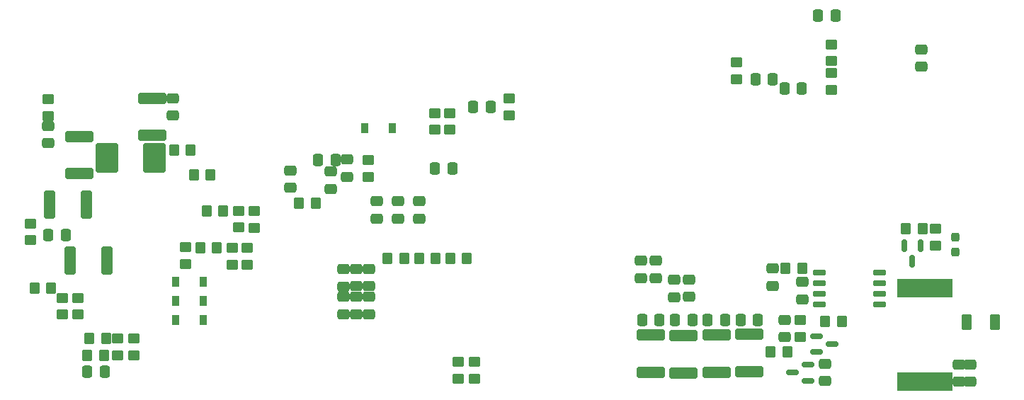
<source format=gbp>
G04 #@! TF.GenerationSoftware,KiCad,Pcbnew,6.0.10-2.fc37*
G04 #@! TF.CreationDate,2023-02-05T13:57:13+01:00*
G04 #@! TF.ProjectId,Full schematic,46756c6c-2073-4636-9865-6d617469632e,rev?*
G04 #@! TF.SameCoordinates,Original*
G04 #@! TF.FileFunction,Paste,Bot*
G04 #@! TF.FilePolarity,Positive*
%FSLAX46Y46*%
G04 Gerber Fmt 4.6, Leading zero omitted, Abs format (unit mm)*
G04 Created by KiCad (PCBNEW 6.0.10-2.fc37) date 2023-02-05 13:57:13*
%MOMM*%
%LPD*%
G01*
G04 APERTURE LIST*
G04 Aperture macros list*
%AMRoundRect*
0 Rectangle with rounded corners*
0 $1 Rounding radius*
0 $2 $3 $4 $5 $6 $7 $8 $9 X,Y pos of 4 corners*
0 Add a 4 corners polygon primitive as box body*
4,1,4,$2,$3,$4,$5,$6,$7,$8,$9,$2,$3,0*
0 Add four circle primitives for the rounded corners*
1,1,$1+$1,$2,$3*
1,1,$1+$1,$4,$5*
1,1,$1+$1,$6,$7*
1,1,$1+$1,$8,$9*
0 Add four rect primitives between the rounded corners*
20,1,$1+$1,$2,$3,$4,$5,0*
20,1,$1+$1,$4,$5,$6,$7,0*
20,1,$1+$1,$6,$7,$8,$9,0*
20,1,$1+$1,$8,$9,$2,$3,0*%
G04 Aperture macros list end*
%ADD10RoundRect,0.150000X-0.650000X-0.150000X0.650000X-0.150000X0.650000X0.150000X-0.650000X0.150000X0*%
%ADD11RoundRect,0.250000X0.350000X0.450000X-0.350000X0.450000X-0.350000X-0.450000X0.350000X-0.450000X0*%
%ADD12RoundRect,0.250000X-0.450000X0.350000X-0.450000X-0.350000X0.450000X-0.350000X0.450000X0.350000X0*%
%ADD13RoundRect,0.250000X0.337500X0.475000X-0.337500X0.475000X-0.337500X-0.475000X0.337500X-0.475000X0*%
%ADD14RoundRect,0.250000X0.475000X-0.337500X0.475000X0.337500X-0.475000X0.337500X-0.475000X-0.337500X0*%
%ADD15RoundRect,0.250000X-0.350000X-0.450000X0.350000X-0.450000X0.350000X0.450000X-0.350000X0.450000X0*%
%ADD16RoundRect,0.250000X-0.475000X0.337500X-0.475000X-0.337500X0.475000X-0.337500X0.475000X0.337500X0*%
%ADD17RoundRect,0.250000X0.450000X-0.350000X0.450000X0.350000X-0.450000X0.350000X-0.450000X-0.350000X0*%
%ADD18RoundRect,0.250000X-0.362500X-0.700000X0.362500X-0.700000X0.362500X0.700000X-0.362500X0.700000X0*%
%ADD19RoundRect,0.250000X-0.337500X-0.475000X0.337500X-0.475000X0.337500X0.475000X-0.337500X0.475000X0*%
%ADD20R,0.900000X1.200000*%
%ADD21RoundRect,0.250000X-1.450000X0.400000X-1.450000X-0.400000X1.450000X-0.400000X1.450000X0.400000X0*%
%ADD22RoundRect,0.150000X0.587500X0.150000X-0.587500X0.150000X-0.587500X-0.150000X0.587500X-0.150000X0*%
%ADD23RoundRect,0.250000X1.112500X1.500000X-1.112500X1.500000X-1.112500X-1.500000X1.112500X-1.500000X0*%
%ADD24RoundRect,0.237500X-0.237500X0.287500X-0.237500X-0.287500X0.237500X-0.287500X0.237500X0.287500X0*%
%ADD25RoundRect,0.150000X-0.150000X0.587500X-0.150000X-0.587500X0.150000X-0.587500X0.150000X0.587500X0*%
%ADD26RoundRect,0.250000X-0.400000X-1.450000X0.400000X-1.450000X0.400000X1.450000X-0.400000X1.450000X0*%
%ADD27RoundRect,0.150000X-0.587500X-0.150000X0.587500X-0.150000X0.587500X0.150000X-0.587500X0.150000X0*%
%ADD28R,6.730000X2.160000*%
G04 APERTURE END LIST*
D10*
X114637000Y-54610000D03*
X114637000Y-53340000D03*
X114637000Y-52070000D03*
X114637000Y-50800000D03*
X121837000Y-50800000D03*
X121837000Y-52070000D03*
X121837000Y-53340000D03*
X121837000Y-54610000D03*
D11*
X72517000Y-49149000D03*
X70517000Y-49149000D03*
X68802000Y-49149000D03*
X66802000Y-49149000D03*
D12*
X26035000Y-53848000D03*
X26035000Y-55848000D03*
D13*
X112565000Y-28829000D03*
X110490000Y-28829000D03*
D14*
X97282000Y-53742500D03*
X97282000Y-51667500D03*
D15*
X27117000Y-60736000D03*
X29117000Y-60736000D03*
D16*
X115316000Y-61722000D03*
X115316000Y-63797000D03*
D17*
X104775000Y-27686000D03*
X104775000Y-25686000D03*
D12*
X38862000Y-47768000D03*
X38862000Y-49768000D03*
D17*
X22479000Y-32115000D03*
X22479000Y-30115000D03*
D12*
X46228000Y-47879000D03*
X46228000Y-49879000D03*
X44450000Y-47879000D03*
X44450000Y-49879000D03*
X30800000Y-58704000D03*
X30800000Y-60704000D03*
X20320000Y-44958000D03*
X20320000Y-46958000D03*
D17*
X60706000Y-39370000D03*
X60706000Y-37370000D03*
D18*
X132311000Y-56726000D03*
X135636000Y-56726000D03*
D14*
X110490000Y-58547000D03*
X110490000Y-56472000D03*
D12*
X47117000Y-43450000D03*
X47117000Y-45450000D03*
D11*
X110839000Y-60325000D03*
X108839000Y-60325000D03*
D19*
X73279000Y-30988000D03*
X75354000Y-30988000D03*
D20*
X37721000Y-51943000D03*
X41021000Y-51943000D03*
D14*
X57752000Y-55814459D03*
X57752000Y-53739459D03*
D19*
X27117000Y-62641000D03*
X29192000Y-62641000D03*
D11*
X39497000Y-36195000D03*
X37497000Y-36195000D03*
X126984000Y-45593000D03*
X124984000Y-45593000D03*
D14*
X132715000Y-63881000D03*
X132715000Y-61806000D03*
X66802000Y-44344500D03*
X66802000Y-42269500D03*
X95123000Y-51478000D03*
X95123000Y-49403000D03*
D16*
X37338000Y-29972000D03*
X37338000Y-32047000D03*
X51435000Y-38586500D03*
X51435000Y-40661500D03*
D14*
X59276000Y-55814459D03*
X59276000Y-53739459D03*
D17*
X71501000Y-63500000D03*
X71501000Y-61500000D03*
D21*
X34925000Y-29972000D03*
X34925000Y-34422000D03*
D14*
X64262000Y-44366000D03*
X64262000Y-42291000D03*
D20*
X60325000Y-33528000D03*
X63625000Y-33528000D03*
D12*
X116078000Y-23527000D03*
X116078000Y-25527000D03*
D21*
X106299000Y-58227000D03*
X106299000Y-62677000D03*
D19*
X68707000Y-38354000D03*
X70782000Y-38354000D03*
D15*
X39878000Y-39116000D03*
X41878000Y-39116000D03*
D16*
X60800000Y-50394459D03*
X60800000Y-52469459D03*
D14*
X99060000Y-53721000D03*
X99060000Y-51646000D03*
D12*
X24130000Y-53848000D03*
X24130000Y-55848000D03*
D19*
X114511000Y-20066000D03*
X116586000Y-20066000D03*
D13*
X109093000Y-27686000D03*
X107018000Y-27686000D03*
D16*
X109049000Y-50342000D03*
X109049000Y-52417000D03*
D13*
X95547000Y-56515000D03*
X93472000Y-56515000D03*
D16*
X112649000Y-51921500D03*
X112649000Y-53996500D03*
D15*
X41402000Y-43434000D03*
X43402000Y-43434000D03*
D16*
X126873000Y-24108500D03*
X126873000Y-26183500D03*
D12*
X70485000Y-31750000D03*
X70485000Y-33750000D03*
D21*
X94488000Y-58288000D03*
X94488000Y-62738000D03*
D15*
X20828000Y-52705000D03*
X22828000Y-52705000D03*
D20*
X37719000Y-54229000D03*
X41019000Y-54229000D03*
D19*
X54737000Y-37338000D03*
X56812000Y-37338000D03*
X105261500Y-56515000D03*
X107336500Y-56515000D03*
D16*
X59276000Y-50394459D03*
X59276000Y-52469459D03*
D14*
X131318000Y-63881000D03*
X131318000Y-61806000D03*
D22*
X113284000Y-61849000D03*
X113284000Y-63749000D03*
X111409000Y-62799000D03*
D20*
X37719000Y-56515000D03*
X41019000Y-56515000D03*
D21*
X26162000Y-34539000D03*
X26162000Y-38989000D03*
D23*
X35179000Y-37084000D03*
X29454000Y-37084000D03*
D16*
X57752000Y-50415959D03*
X57752000Y-52490959D03*
D11*
X117348000Y-56642000D03*
X115348000Y-56642000D03*
D19*
X97409000Y-56515000D03*
X99484000Y-56515000D03*
D11*
X65024000Y-49149000D03*
X63024000Y-49149000D03*
D14*
X58166000Y-39370000D03*
X58166000Y-37295000D03*
D12*
X45212000Y-43434000D03*
X45212000Y-45434000D03*
D15*
X110617000Y-50292000D03*
X112617000Y-50292000D03*
D14*
X56261000Y-40810000D03*
X56261000Y-38735000D03*
D17*
X128524000Y-47609000D03*
X128524000Y-45609000D03*
D21*
X102362000Y-58288000D03*
X102362000Y-62738000D03*
D12*
X116078000Y-26940000D03*
X116078000Y-28940000D03*
D19*
X101324500Y-56515000D03*
X103399500Y-56515000D03*
D14*
X22479000Y-35327500D03*
X22479000Y-33252500D03*
D13*
X24554000Y-46355000D03*
X22479000Y-46355000D03*
D17*
X73406000Y-63484000D03*
X73406000Y-61484000D03*
D12*
X32705000Y-58704000D03*
X32705000Y-60704000D03*
D14*
X93345000Y-51478000D03*
X93345000Y-49403000D03*
D12*
X68707000Y-31750000D03*
X68707000Y-33750000D03*
D21*
X98425000Y-58354000D03*
X98425000Y-62804000D03*
D24*
X130937000Y-46623000D03*
X130937000Y-48373000D03*
D12*
X77597000Y-30004000D03*
X77597000Y-32004000D03*
D14*
X60800000Y-55814459D03*
X60800000Y-53739459D03*
D15*
X27371000Y-58704000D03*
X29371000Y-58704000D03*
X40640000Y-47879000D03*
X42640000Y-47879000D03*
D25*
X124841000Y-47625000D03*
X126741000Y-47625000D03*
X125791000Y-49500000D03*
D15*
X52451000Y-42545000D03*
X54451000Y-42545000D03*
D14*
X61722000Y-44366000D03*
X61722000Y-42291000D03*
D26*
X22601000Y-42672000D03*
X27051000Y-42672000D03*
D27*
X114300000Y-60325000D03*
X114300000Y-58425000D03*
X116175000Y-59375000D03*
D26*
X25080000Y-49403000D03*
X29530000Y-49403000D03*
D17*
X112395000Y-58531000D03*
X112395000Y-56531000D03*
D28*
X127254000Y-63840000D03*
X127254000Y-52660000D03*
M02*

</source>
